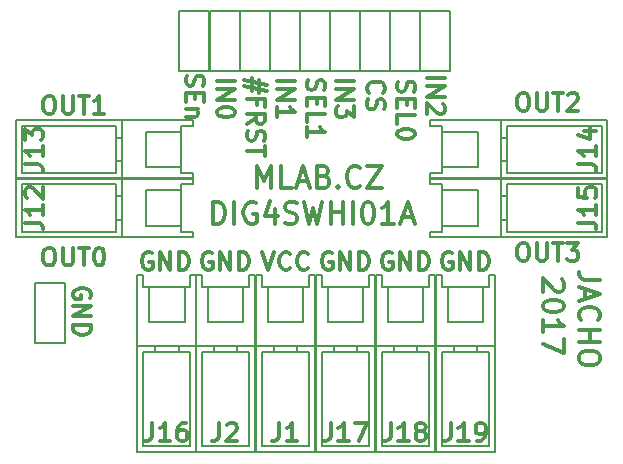
<source format=gbr>
G04 #@! TF.GenerationSoftware,KiCad,Pcbnew,(2017-02-05 revision 431abcf)-makepkg*
G04 #@! TF.CreationDate,2017-06-05T07:43:53+02:00*
G04 #@! TF.ProjectId,DIG4SWHI01A,44494734535748493031412E6B696361,rev?*
G04 #@! TF.FileFunction,Legend,Top*
G04 #@! TF.FilePolarity,Positive*
%FSLAX46Y46*%
G04 Gerber Fmt 4.6, Leading zero omitted, Abs format (unit mm)*
G04 Created by KiCad (PCBNEW (2017-02-05 revision 431abcf)-makepkg) date 06/05/17 07:43:53*
%MOMM*%
%LPD*%
G01*
G04 APERTURE LIST*
%ADD10C,1.300000*%
%ADD11C,0.300000*%
%ADD12C,0.150000*%
%ADD13C,0.304800*%
G04 APERTURE END LIST*
D10*
D11*
X37211142Y17768000D02*
X37068285Y17839428D01*
X36854000Y17839428D01*
X36639714Y17768000D01*
X36496857Y17625142D01*
X36425428Y17482285D01*
X36354000Y17196571D01*
X36354000Y16982285D01*
X36425428Y16696571D01*
X36496857Y16553714D01*
X36639714Y16410857D01*
X36854000Y16339428D01*
X36996857Y16339428D01*
X37211142Y16410857D01*
X37282571Y16482285D01*
X37282571Y16982285D01*
X36996857Y16982285D01*
X37925428Y16339428D02*
X37925428Y17839428D01*
X38782571Y16339428D01*
X38782571Y17839428D01*
X39496857Y16339428D02*
X39496857Y17839428D01*
X39854000Y17839428D01*
X40068285Y17768000D01*
X40211142Y17625142D01*
X40282571Y17482285D01*
X40354000Y17196571D01*
X40354000Y16982285D01*
X40282571Y16696571D01*
X40211142Y16553714D01*
X40068285Y16410857D01*
X39854000Y16339428D01*
X39496857Y16339428D01*
X32131142Y17768000D02*
X31988285Y17839428D01*
X31774000Y17839428D01*
X31559714Y17768000D01*
X31416857Y17625142D01*
X31345428Y17482285D01*
X31274000Y17196571D01*
X31274000Y16982285D01*
X31345428Y16696571D01*
X31416857Y16553714D01*
X31559714Y16410857D01*
X31774000Y16339428D01*
X31916857Y16339428D01*
X32131142Y16410857D01*
X32202571Y16482285D01*
X32202571Y16982285D01*
X31916857Y16982285D01*
X32845428Y16339428D02*
X32845428Y17839428D01*
X33702571Y16339428D01*
X33702571Y17839428D01*
X34416857Y16339428D02*
X34416857Y17839428D01*
X34774000Y17839428D01*
X34988285Y17768000D01*
X35131142Y17625142D01*
X35202571Y17482285D01*
X35274000Y17196571D01*
X35274000Y16982285D01*
X35202571Y16696571D01*
X35131142Y16553714D01*
X34988285Y16410857D01*
X34774000Y16339428D01*
X34416857Y16339428D01*
X27051142Y17768000D02*
X26908285Y17839428D01*
X26694000Y17839428D01*
X26479714Y17768000D01*
X26336857Y17625142D01*
X26265428Y17482285D01*
X26194000Y17196571D01*
X26194000Y16982285D01*
X26265428Y16696571D01*
X26336857Y16553714D01*
X26479714Y16410857D01*
X26694000Y16339428D01*
X26836857Y16339428D01*
X27051142Y16410857D01*
X27122571Y16482285D01*
X27122571Y16982285D01*
X26836857Y16982285D01*
X27765428Y16339428D02*
X27765428Y17839428D01*
X28622571Y16339428D01*
X28622571Y17839428D01*
X29336857Y16339428D02*
X29336857Y17839428D01*
X29694000Y17839428D01*
X29908285Y17768000D01*
X30051142Y17625142D01*
X30122571Y17482285D01*
X30194000Y17196571D01*
X30194000Y16982285D01*
X30122571Y16696571D01*
X30051142Y16553714D01*
X29908285Y16410857D01*
X29694000Y16339428D01*
X29336857Y16339428D01*
X11811142Y17768000D02*
X11668285Y17839428D01*
X11454000Y17839428D01*
X11239714Y17768000D01*
X11096857Y17625142D01*
X11025428Y17482285D01*
X10954000Y17196571D01*
X10954000Y16982285D01*
X11025428Y16696571D01*
X11096857Y16553714D01*
X11239714Y16410857D01*
X11454000Y16339428D01*
X11596857Y16339428D01*
X11811142Y16410857D01*
X11882571Y16482285D01*
X11882571Y16982285D01*
X11596857Y16982285D01*
X12525428Y16339428D02*
X12525428Y17839428D01*
X13382571Y16339428D01*
X13382571Y17839428D01*
X14096857Y16339428D02*
X14096857Y17839428D01*
X14454000Y17839428D01*
X14668285Y17768000D01*
X14811142Y17625142D01*
X14882571Y17482285D01*
X14954000Y17196571D01*
X14954000Y16982285D01*
X14882571Y16696571D01*
X14811142Y16553714D01*
X14668285Y16410857D01*
X14454000Y16339428D01*
X14096857Y16339428D01*
X49753714Y15492000D02*
X48468000Y15492000D01*
X48210857Y15577714D01*
X48039428Y15749142D01*
X47953714Y16006285D01*
X47953714Y16177714D01*
X48468000Y14720571D02*
X48468000Y13863428D01*
X47953714Y14892000D02*
X49753714Y14292000D01*
X47953714Y13692000D01*
X48125142Y12063428D02*
X48039428Y12149142D01*
X47953714Y12406285D01*
X47953714Y12577714D01*
X48039428Y12834857D01*
X48210857Y13006285D01*
X48382285Y13092000D01*
X48725142Y13177714D01*
X48982285Y13177714D01*
X49325142Y13092000D01*
X49496571Y13006285D01*
X49668000Y12834857D01*
X49753714Y12577714D01*
X49753714Y12406285D01*
X49668000Y12149142D01*
X49582285Y12063428D01*
X47953714Y11292000D02*
X49753714Y11292000D01*
X48896571Y11292000D02*
X48896571Y10263428D01*
X47953714Y10263428D02*
X49753714Y10263428D01*
X49753714Y9063428D02*
X49753714Y8720571D01*
X49668000Y8549142D01*
X49496571Y8377714D01*
X49153714Y8292000D01*
X48553714Y8292000D01*
X48210857Y8377714D01*
X48039428Y8549142D01*
X47953714Y8720571D01*
X47953714Y9063428D01*
X48039428Y9234857D01*
X48210857Y9406285D01*
X48553714Y9492000D01*
X49153714Y9492000D01*
X49496571Y9406285D01*
X49668000Y9234857D01*
X49753714Y9063428D01*
X2992714Y31047428D02*
X3278428Y31047428D01*
X3421285Y30976000D01*
X3564142Y30833142D01*
X3635571Y30547428D01*
X3635571Y30047428D01*
X3564142Y29761714D01*
X3421285Y29618857D01*
X3278428Y29547428D01*
X2992714Y29547428D01*
X2849857Y29618857D01*
X2707000Y29761714D01*
X2635571Y30047428D01*
X2635571Y30547428D01*
X2707000Y30833142D01*
X2849857Y30976000D01*
X2992714Y31047428D01*
X4278428Y31047428D02*
X4278428Y29833142D01*
X4349857Y29690285D01*
X4421285Y29618857D01*
X4564142Y29547428D01*
X4849857Y29547428D01*
X4992714Y29618857D01*
X5064142Y29690285D01*
X5135571Y29833142D01*
X5135571Y31047428D01*
X5635571Y31047428D02*
X6492714Y31047428D01*
X6064142Y29547428D02*
X6064142Y31047428D01*
X7778428Y29547428D02*
X6921285Y29547428D01*
X7349857Y29547428D02*
X7349857Y31047428D01*
X7207000Y30833142D01*
X7064142Y30690285D01*
X6921285Y30618857D01*
X2992714Y18220428D02*
X3278428Y18220428D01*
X3421285Y18149000D01*
X3564142Y18006142D01*
X3635571Y17720428D01*
X3635571Y17220428D01*
X3564142Y16934714D01*
X3421285Y16791857D01*
X3278428Y16720428D01*
X2992714Y16720428D01*
X2849857Y16791857D01*
X2707000Y16934714D01*
X2635571Y17220428D01*
X2635571Y17720428D01*
X2707000Y18006142D01*
X2849857Y18149000D01*
X2992714Y18220428D01*
X4278428Y18220428D02*
X4278428Y17006142D01*
X4349857Y16863285D01*
X4421285Y16791857D01*
X4564142Y16720428D01*
X4849857Y16720428D01*
X4992714Y16791857D01*
X5064142Y16863285D01*
X5135571Y17006142D01*
X5135571Y18220428D01*
X5635571Y18220428D02*
X6492714Y18220428D01*
X6064142Y16720428D02*
X6064142Y18220428D01*
X7278428Y18220428D02*
X7421285Y18220428D01*
X7564142Y18149000D01*
X7635571Y18077571D01*
X7707000Y17934714D01*
X7778428Y17649000D01*
X7778428Y17291857D01*
X7707000Y17006142D01*
X7635571Y16863285D01*
X7564142Y16791857D01*
X7421285Y16720428D01*
X7278428Y16720428D01*
X7135571Y16791857D01*
X7064142Y16863285D01*
X6992714Y17006142D01*
X6921285Y17291857D01*
X6921285Y17649000D01*
X6992714Y17934714D01*
X7064142Y18077571D01*
X7135571Y18149000D01*
X7278428Y18220428D01*
X43124714Y31301428D02*
X43410428Y31301428D01*
X43553285Y31230000D01*
X43696142Y31087142D01*
X43767571Y30801428D01*
X43767571Y30301428D01*
X43696142Y30015714D01*
X43553285Y29872857D01*
X43410428Y29801428D01*
X43124714Y29801428D01*
X42981857Y29872857D01*
X42839000Y30015714D01*
X42767571Y30301428D01*
X42767571Y30801428D01*
X42839000Y31087142D01*
X42981857Y31230000D01*
X43124714Y31301428D01*
X44410428Y31301428D02*
X44410428Y30087142D01*
X44481857Y29944285D01*
X44553285Y29872857D01*
X44696142Y29801428D01*
X44981857Y29801428D01*
X45124714Y29872857D01*
X45196142Y29944285D01*
X45267571Y30087142D01*
X45267571Y31301428D01*
X45767571Y31301428D02*
X46624714Y31301428D01*
X46196142Y29801428D02*
X46196142Y31301428D01*
X47053285Y31158571D02*
X47124714Y31230000D01*
X47267571Y31301428D01*
X47624714Y31301428D01*
X47767571Y31230000D01*
X47839000Y31158571D01*
X47910428Y31015714D01*
X47910428Y30872857D01*
X47839000Y30658571D01*
X46981857Y29801428D01*
X47910428Y29801428D01*
X43124714Y18601428D02*
X43410428Y18601428D01*
X43553285Y18530000D01*
X43696142Y18387142D01*
X43767571Y18101428D01*
X43767571Y17601428D01*
X43696142Y17315714D01*
X43553285Y17172857D01*
X43410428Y17101428D01*
X43124714Y17101428D01*
X42981857Y17172857D01*
X42839000Y17315714D01*
X42767571Y17601428D01*
X42767571Y18101428D01*
X42839000Y18387142D01*
X42981857Y18530000D01*
X43124714Y18601428D01*
X44410428Y18601428D02*
X44410428Y17387142D01*
X44481857Y17244285D01*
X44553285Y17172857D01*
X44696142Y17101428D01*
X44981857Y17101428D01*
X45124714Y17172857D01*
X45196142Y17244285D01*
X45267571Y17387142D01*
X45267571Y18601428D01*
X45767571Y18601428D02*
X46624714Y18601428D01*
X46196142Y17101428D02*
X46196142Y18601428D01*
X46981857Y18601428D02*
X47910428Y18601428D01*
X47410428Y18030000D01*
X47624714Y18030000D01*
X47767571Y17958571D01*
X47839000Y17887142D01*
X47910428Y17744285D01*
X47910428Y17387142D01*
X47839000Y17244285D01*
X47767571Y17172857D01*
X47624714Y17101428D01*
X47196142Y17101428D01*
X47053285Y17172857D01*
X46981857Y17244285D01*
X6592000Y13969857D02*
X6663428Y14112714D01*
X6663428Y14327000D01*
X6592000Y14541285D01*
X6449142Y14684142D01*
X6306285Y14755571D01*
X6020571Y14827000D01*
X5806285Y14827000D01*
X5520571Y14755571D01*
X5377714Y14684142D01*
X5234857Y14541285D01*
X5163428Y14327000D01*
X5163428Y14184142D01*
X5234857Y13969857D01*
X5306285Y13898428D01*
X5806285Y13898428D01*
X5806285Y14184142D01*
X5163428Y13255571D02*
X6663428Y13255571D01*
X5163428Y12398428D01*
X6663428Y12398428D01*
X5163428Y11684142D02*
X6663428Y11684142D01*
X6663428Y11327000D01*
X6592000Y11112714D01*
X6449142Y10969857D01*
X6306285Y10898428D01*
X6020571Y10827000D01*
X5806285Y10827000D01*
X5520571Y10898428D01*
X5377714Y10969857D01*
X5234857Y11112714D01*
X5163428Y11327000D01*
X5163428Y11684142D01*
X16891142Y17768000D02*
X16748285Y17839428D01*
X16534000Y17839428D01*
X16319714Y17768000D01*
X16176857Y17625142D01*
X16105428Y17482285D01*
X16034000Y17196571D01*
X16034000Y16982285D01*
X16105428Y16696571D01*
X16176857Y16553714D01*
X16319714Y16410857D01*
X16534000Y16339428D01*
X16676857Y16339428D01*
X16891142Y16410857D01*
X16962571Y16482285D01*
X16962571Y16982285D01*
X16676857Y16982285D01*
X17605428Y16339428D02*
X17605428Y17839428D01*
X18462571Y16339428D01*
X18462571Y17839428D01*
X19176857Y16339428D02*
X19176857Y17839428D01*
X19534000Y17839428D01*
X19748285Y17768000D01*
X19891142Y17625142D01*
X19962571Y17482285D01*
X20034000Y17196571D01*
X20034000Y16982285D01*
X19962571Y16696571D01*
X19891142Y16553714D01*
X19748285Y16410857D01*
X19534000Y16339428D01*
X19176857Y16339428D01*
X21165857Y17839428D02*
X21665857Y16339428D01*
X22165857Y17839428D01*
X23523000Y16482285D02*
X23451571Y16410857D01*
X23237285Y16339428D01*
X23094428Y16339428D01*
X22880142Y16410857D01*
X22737285Y16553714D01*
X22665857Y16696571D01*
X22594428Y16982285D01*
X22594428Y17196571D01*
X22665857Y17482285D01*
X22737285Y17625142D01*
X22880142Y17768000D01*
X23094428Y17839428D01*
X23237285Y17839428D01*
X23451571Y17768000D01*
X23523000Y17696571D01*
X25023000Y16482285D02*
X24951571Y16410857D01*
X24737285Y16339428D01*
X24594428Y16339428D01*
X24380142Y16410857D01*
X24237285Y16553714D01*
X24165857Y16696571D01*
X24094428Y16982285D01*
X24094428Y17196571D01*
X24165857Y17482285D01*
X24237285Y17625142D01*
X24380142Y17768000D01*
X24594428Y17839428D01*
X24737285Y17839428D01*
X24951571Y17768000D01*
X25023000Y17696571D01*
X35135428Y32594857D02*
X36635428Y32594857D01*
X35135428Y31880571D02*
X36635428Y31880571D01*
X35135428Y31023428D01*
X36635428Y31023428D01*
X36492571Y30380571D02*
X36564000Y30309142D01*
X36635428Y30166285D01*
X36635428Y29809142D01*
X36564000Y29666285D01*
X36492571Y29594857D01*
X36349714Y29523428D01*
X36206857Y29523428D01*
X35992571Y29594857D01*
X35135428Y30452000D01*
X35135428Y29523428D01*
X32666857Y32285285D02*
X32595428Y32071000D01*
X32595428Y31713857D01*
X32666857Y31571000D01*
X32738285Y31499571D01*
X32881142Y31428142D01*
X33024000Y31428142D01*
X33166857Y31499571D01*
X33238285Y31571000D01*
X33309714Y31713857D01*
X33381142Y31999571D01*
X33452571Y32142428D01*
X33524000Y32213857D01*
X33666857Y32285285D01*
X33809714Y32285285D01*
X33952571Y32213857D01*
X34024000Y32142428D01*
X34095428Y31999571D01*
X34095428Y31642428D01*
X34024000Y31428142D01*
X33381142Y30785285D02*
X33381142Y30285285D01*
X32595428Y30071000D02*
X32595428Y30785285D01*
X34095428Y30785285D01*
X34095428Y30071000D01*
X32595428Y28713857D02*
X32595428Y29428142D01*
X34095428Y29428142D01*
X34095428Y27928142D02*
X34095428Y27785285D01*
X34024000Y27642428D01*
X33952571Y27571000D01*
X33809714Y27499571D01*
X33524000Y27428142D01*
X33166857Y27428142D01*
X32881142Y27499571D01*
X32738285Y27571000D01*
X32666857Y27642428D01*
X32595428Y27785285D01*
X32595428Y27928142D01*
X32666857Y28071000D01*
X32738285Y28142428D01*
X32881142Y28213857D01*
X33166857Y28285285D01*
X33524000Y28285285D01*
X33809714Y28213857D01*
X33952571Y28142428D01*
X34024000Y28071000D01*
X34095428Y27928142D01*
X30198285Y31356714D02*
X30126857Y31428142D01*
X30055428Y31642428D01*
X30055428Y31785285D01*
X30126857Y31999571D01*
X30269714Y32142428D01*
X30412571Y32213857D01*
X30698285Y32285285D01*
X30912571Y32285285D01*
X31198285Y32213857D01*
X31341142Y32142428D01*
X31484000Y31999571D01*
X31555428Y31785285D01*
X31555428Y31642428D01*
X31484000Y31428142D01*
X31412571Y31356714D01*
X30126857Y30785285D02*
X30055428Y30571000D01*
X30055428Y30213857D01*
X30126857Y30071000D01*
X30198285Y29999571D01*
X30341142Y29928142D01*
X30484000Y29928142D01*
X30626857Y29999571D01*
X30698285Y30071000D01*
X30769714Y30213857D01*
X30841142Y30499571D01*
X30912571Y30642428D01*
X30984000Y30713857D01*
X31126857Y30785285D01*
X31269714Y30785285D01*
X31412571Y30713857D01*
X31484000Y30642428D01*
X31555428Y30499571D01*
X31555428Y30142428D01*
X31484000Y29928142D01*
X27388428Y32340857D02*
X28888428Y32340857D01*
X27388428Y31626571D02*
X28888428Y31626571D01*
X27388428Y30769428D01*
X28888428Y30769428D01*
X28888428Y30198000D02*
X28888428Y29269428D01*
X28317000Y29769428D01*
X28317000Y29555142D01*
X28245571Y29412285D01*
X28174142Y29340857D01*
X28031285Y29269428D01*
X27674142Y29269428D01*
X27531285Y29340857D01*
X27459857Y29412285D01*
X27388428Y29555142D01*
X27388428Y29983714D01*
X27459857Y30126571D01*
X27531285Y30198000D01*
X25046857Y32412285D02*
X24975428Y32198000D01*
X24975428Y31840857D01*
X25046857Y31698000D01*
X25118285Y31626571D01*
X25261142Y31555142D01*
X25404000Y31555142D01*
X25546857Y31626571D01*
X25618285Y31698000D01*
X25689714Y31840857D01*
X25761142Y32126571D01*
X25832571Y32269428D01*
X25904000Y32340857D01*
X26046857Y32412285D01*
X26189714Y32412285D01*
X26332571Y32340857D01*
X26404000Y32269428D01*
X26475428Y32126571D01*
X26475428Y31769428D01*
X26404000Y31555142D01*
X25761142Y30912285D02*
X25761142Y30412285D01*
X24975428Y30198000D02*
X24975428Y30912285D01*
X26475428Y30912285D01*
X26475428Y30198000D01*
X24975428Y28840857D02*
X24975428Y29555142D01*
X26475428Y29555142D01*
X24975428Y27555142D02*
X24975428Y28412285D01*
X24975428Y27983714D02*
X26475428Y27983714D01*
X26261142Y28126571D01*
X26118285Y28269428D01*
X26046857Y28412285D01*
X22435428Y32340857D02*
X23935428Y32340857D01*
X22435428Y31626571D02*
X23935428Y31626571D01*
X22435428Y30769428D01*
X23935428Y30769428D01*
X22435428Y29269428D02*
X22435428Y30126571D01*
X22435428Y29698000D02*
X23935428Y29698000D01*
X23721142Y29840857D01*
X23578285Y29983714D01*
X23506857Y30126571D01*
X20895428Y32412285D02*
X20895428Y31340857D01*
X21538285Y31983714D02*
X19609714Y32412285D01*
X20252571Y31483714D02*
X20252571Y32555142D01*
X19609714Y31912285D02*
X21538285Y31483714D01*
X20681142Y30340857D02*
X20681142Y30840857D01*
X19895428Y30840857D02*
X21395428Y30840857D01*
X21395428Y30126571D01*
X19895428Y28698000D02*
X20609714Y29198000D01*
X19895428Y29555142D02*
X21395428Y29555142D01*
X21395428Y28983714D01*
X21324000Y28840857D01*
X21252571Y28769428D01*
X21109714Y28698000D01*
X20895428Y28698000D01*
X20752571Y28769428D01*
X20681142Y28840857D01*
X20609714Y28983714D01*
X20609714Y29555142D01*
X19966857Y28126571D02*
X19895428Y27912285D01*
X19895428Y27555142D01*
X19966857Y27412285D01*
X20038285Y27340857D01*
X20181142Y27269428D01*
X20324000Y27269428D01*
X20466857Y27340857D01*
X20538285Y27412285D01*
X20609714Y27555142D01*
X20681142Y27840857D01*
X20752571Y27983714D01*
X20824000Y28055142D01*
X20966857Y28126571D01*
X21109714Y28126571D01*
X21252571Y28055142D01*
X21324000Y27983714D01*
X21395428Y27840857D01*
X21395428Y27483714D01*
X21324000Y27269428D01*
X21395428Y26840857D02*
X21395428Y25983714D01*
X19895428Y26412285D02*
X21395428Y26412285D01*
X17355428Y32340857D02*
X18855428Y32340857D01*
X17355428Y31626571D02*
X18855428Y31626571D01*
X17355428Y30769428D01*
X18855428Y30769428D01*
X18855428Y29769428D02*
X18855428Y29626571D01*
X18784000Y29483714D01*
X18712571Y29412285D01*
X18569714Y29340857D01*
X18284000Y29269428D01*
X17926857Y29269428D01*
X17641142Y29340857D01*
X17498285Y29412285D01*
X17426857Y29483714D01*
X17355428Y29626571D01*
X17355428Y29769428D01*
X17426857Y29912285D01*
X17498285Y29983714D01*
X17641142Y30055142D01*
X17926857Y30126571D01*
X18284000Y30126571D01*
X18569714Y30055142D01*
X18712571Y29983714D01*
X18784000Y29912285D01*
X18855428Y29769428D01*
X14759857Y32793285D02*
X14688428Y32579000D01*
X14688428Y32221857D01*
X14759857Y32079000D01*
X14831285Y32007571D01*
X14974142Y31936142D01*
X15117000Y31936142D01*
X15259857Y32007571D01*
X15331285Y32079000D01*
X15402714Y32221857D01*
X15474142Y32507571D01*
X15545571Y32650428D01*
X15617000Y32721857D01*
X15759857Y32793285D01*
X15902714Y32793285D01*
X16045571Y32721857D01*
X16117000Y32650428D01*
X16188428Y32507571D01*
X16188428Y32150428D01*
X16117000Y31936142D01*
X15474142Y31293285D02*
X15474142Y30793285D01*
X14688428Y30579000D02*
X14688428Y31293285D01*
X16188428Y31293285D01*
X16188428Y30579000D01*
X15688428Y29936142D02*
X14688428Y29936142D01*
X15545571Y29936142D02*
X15617000Y29864714D01*
X15688428Y29721857D01*
X15688428Y29507571D01*
X15617000Y29364714D01*
X15474142Y29293285D01*
X14688428Y29293285D01*
X46534285Y15531714D02*
X46620000Y15446000D01*
X46705714Y15274571D01*
X46705714Y14846000D01*
X46620000Y14674571D01*
X46534285Y14588857D01*
X46362857Y14503142D01*
X46191428Y14503142D01*
X45934285Y14588857D01*
X44905714Y15617428D01*
X44905714Y14503142D01*
X46705714Y13388857D02*
X46705714Y13217428D01*
X46620000Y13046000D01*
X46534285Y12960285D01*
X46362857Y12874571D01*
X46020000Y12788857D01*
X45591428Y12788857D01*
X45248571Y12874571D01*
X45077142Y12960285D01*
X44991428Y13046000D01*
X44905714Y13217428D01*
X44905714Y13388857D01*
X44991428Y13560285D01*
X45077142Y13646000D01*
X45248571Y13731714D01*
X45591428Y13817428D01*
X46020000Y13817428D01*
X46362857Y13731714D01*
X46534285Y13646000D01*
X46620000Y13560285D01*
X46705714Y13388857D01*
X44905714Y11074571D02*
X44905714Y12103142D01*
X44905714Y11588857D02*
X46705714Y11588857D01*
X46448571Y11760285D01*
X46277142Y11931714D01*
X46191428Y12103142D01*
X46705714Y10474571D02*
X46705714Y9274571D01*
X44905714Y10046000D01*
X20722285Y23315714D02*
X20722285Y25115714D01*
X21322285Y23830000D01*
X21922285Y25115714D01*
X21922285Y23315714D01*
X23636571Y23315714D02*
X22779428Y23315714D01*
X22779428Y25115714D01*
X24150857Y23830000D02*
X25008000Y23830000D01*
X23979428Y23315714D02*
X24579428Y25115714D01*
X25179428Y23315714D01*
X26379428Y24258571D02*
X26636571Y24172857D01*
X26722285Y24087142D01*
X26808000Y23915714D01*
X26808000Y23658571D01*
X26722285Y23487142D01*
X26636571Y23401428D01*
X26465142Y23315714D01*
X25779428Y23315714D01*
X25779428Y25115714D01*
X26379428Y25115714D01*
X26550857Y25030000D01*
X26636571Y24944285D01*
X26722285Y24772857D01*
X26722285Y24601428D01*
X26636571Y24430000D01*
X26550857Y24344285D01*
X26379428Y24258571D01*
X25779428Y24258571D01*
X27579428Y23487142D02*
X27665142Y23401428D01*
X27579428Y23315714D01*
X27493714Y23401428D01*
X27579428Y23487142D01*
X27579428Y23315714D01*
X29465142Y23487142D02*
X29379428Y23401428D01*
X29122285Y23315714D01*
X28950857Y23315714D01*
X28693714Y23401428D01*
X28522285Y23572857D01*
X28436571Y23744285D01*
X28350857Y24087142D01*
X28350857Y24344285D01*
X28436571Y24687142D01*
X28522285Y24858571D01*
X28693714Y25030000D01*
X28950857Y25115714D01*
X29122285Y25115714D01*
X29379428Y25030000D01*
X29465142Y24944285D01*
X30065142Y25115714D02*
X31265142Y25115714D01*
X30065142Y23315714D01*
X31265142Y23315714D01*
X17000000Y20267714D02*
X17000000Y22067714D01*
X17428571Y22067714D01*
X17685714Y21982000D01*
X17857142Y21810571D01*
X17942857Y21639142D01*
X18028571Y21296285D01*
X18028571Y21039142D01*
X17942857Y20696285D01*
X17857142Y20524857D01*
X17685714Y20353428D01*
X17428571Y20267714D01*
X17000000Y20267714D01*
X18800000Y20267714D02*
X18800000Y22067714D01*
X20600000Y21982000D02*
X20428571Y22067714D01*
X20171428Y22067714D01*
X19914285Y21982000D01*
X19742857Y21810571D01*
X19657142Y21639142D01*
X19571428Y21296285D01*
X19571428Y21039142D01*
X19657142Y20696285D01*
X19742857Y20524857D01*
X19914285Y20353428D01*
X20171428Y20267714D01*
X20342857Y20267714D01*
X20600000Y20353428D01*
X20685714Y20439142D01*
X20685714Y21039142D01*
X20342857Y21039142D01*
X22228571Y21467714D02*
X22228571Y20267714D01*
X21800000Y22153428D02*
X21371428Y20867714D01*
X22485714Y20867714D01*
X23085714Y20353428D02*
X23342857Y20267714D01*
X23771428Y20267714D01*
X23942857Y20353428D01*
X24028571Y20439142D01*
X24114285Y20610571D01*
X24114285Y20782000D01*
X24028571Y20953428D01*
X23942857Y21039142D01*
X23771428Y21124857D01*
X23428571Y21210571D01*
X23257142Y21296285D01*
X23171428Y21382000D01*
X23085714Y21553428D01*
X23085714Y21724857D01*
X23171428Y21896285D01*
X23257142Y21982000D01*
X23428571Y22067714D01*
X23857142Y22067714D01*
X24114285Y21982000D01*
X24714285Y22067714D02*
X25142857Y20267714D01*
X25485714Y21553428D01*
X25828571Y20267714D01*
X26257142Y22067714D01*
X26942857Y20267714D02*
X26942857Y22067714D01*
X26942857Y21210571D02*
X27971428Y21210571D01*
X27971428Y20267714D02*
X27971428Y22067714D01*
X28828571Y20267714D02*
X28828571Y22067714D01*
X30028571Y22067714D02*
X30199999Y22067714D01*
X30371428Y21982000D01*
X30457142Y21896285D01*
X30542857Y21724857D01*
X30628571Y21382000D01*
X30628571Y20953428D01*
X30542857Y20610571D01*
X30457142Y20439142D01*
X30371428Y20353428D01*
X30199999Y20267714D01*
X30028571Y20267714D01*
X29857142Y20353428D01*
X29771428Y20439142D01*
X29685714Y20610571D01*
X29600000Y20953428D01*
X29600000Y21382000D01*
X29685714Y21724857D01*
X29771428Y21896285D01*
X29857142Y21982000D01*
X30028571Y22067714D01*
X32342857Y20267714D02*
X31314285Y20267714D01*
X31828571Y20267714D02*
X31828571Y22067714D01*
X31657142Y21810571D01*
X31485714Y21639142D01*
X31314285Y21553428D01*
X33028571Y20782000D02*
X33885714Y20782000D01*
X32857142Y20267714D02*
X33457142Y22067714D01*
X34057142Y20267714D01*
D12*
X29464000Y33147000D02*
X29464000Y38227000D01*
X29464000Y38227000D02*
X32004000Y38227000D01*
X32004000Y38227000D02*
X32004000Y33147000D01*
X32004000Y33147000D02*
X29464000Y33147000D01*
X16764000Y33147000D02*
X16764000Y38227000D01*
X16764000Y38227000D02*
X19304000Y38227000D01*
X19304000Y38227000D02*
X19304000Y33147000D01*
X19304000Y33147000D02*
X16764000Y33147000D01*
X24384000Y33147000D02*
X21844000Y33147000D01*
X24384000Y38227000D02*
X24384000Y33147000D01*
X21844000Y38227000D02*
X24384000Y38227000D01*
X21844000Y33147000D02*
X21844000Y38227000D01*
X34544000Y33147000D02*
X34544000Y38227000D01*
X34544000Y38227000D02*
X37084000Y38227000D01*
X37084000Y38227000D02*
X37084000Y33147000D01*
X37084000Y33147000D02*
X34544000Y33147000D01*
X29464000Y33147000D02*
X26924000Y33147000D01*
X29464000Y38227000D02*
X29464000Y33147000D01*
X26924000Y38227000D02*
X29464000Y38227000D01*
X26924000Y33147000D02*
X26924000Y38227000D01*
X34544000Y33147000D02*
X32004000Y33147000D01*
X34544000Y38227000D02*
X34544000Y33147000D01*
X32004000Y38227000D02*
X34544000Y38227000D01*
X32004000Y33147000D02*
X32004000Y38227000D01*
X24384000Y33147000D02*
X24384000Y38227000D01*
X24384000Y38227000D02*
X26924000Y38227000D01*
X26924000Y38227000D02*
X26924000Y33147000D01*
X26924000Y33147000D02*
X24384000Y33147000D01*
X14097000Y33147000D02*
X14097000Y38227000D01*
X14097000Y38227000D02*
X16637000Y38227000D01*
X16637000Y38227000D02*
X16637000Y33147000D01*
X16637000Y33147000D02*
X14097000Y33147000D01*
X21844000Y33147000D02*
X19304000Y33147000D01*
X21844000Y38227000D02*
X21844000Y33147000D01*
X19304000Y38227000D02*
X21844000Y38227000D01*
X19304000Y33147000D02*
X19304000Y38227000D01*
X1905000Y10160000D02*
X1905000Y15240000D01*
X1905000Y15240000D02*
X4445000Y15240000D01*
X4445000Y15240000D02*
X4445000Y10160000D01*
X4445000Y10160000D02*
X1905000Y10160000D01*
X20614000Y922000D02*
X20614000Y9922000D01*
X25614000Y9922000D02*
X25614000Y922000D01*
X20614000Y9922000D02*
X20614000Y15922000D01*
X21114000Y1421900D02*
X21114000Y9421900D01*
X21614000Y11922000D02*
X21614000Y14922000D01*
X25614000Y9922000D02*
X25614000Y15922000D01*
X25114000Y1421900D02*
X25114000Y9421900D01*
X24614000Y11922000D02*
X24614000Y14922000D01*
X21114000Y14922000D02*
X21114000Y15922000D01*
X22114000Y9421900D02*
X22114000Y9922000D01*
X25114000Y14922000D02*
X25114000Y15922000D01*
X24114000Y9421900D02*
X24114000Y9922000D01*
X25114000Y1421900D02*
X21114000Y1421900D01*
X21114000Y9421900D02*
X25114000Y9421900D01*
X24614100Y11922000D02*
X21613900Y11922000D01*
X21114000Y14922000D02*
X25114000Y14922000D01*
X25614100Y922000D02*
X20613900Y922000D01*
X25614100Y9922000D02*
X20613900Y9922000D01*
X21114000Y15922000D02*
X20614000Y15922000D01*
X25614000Y15922000D02*
X25114000Y15922000D01*
X20534000Y15922000D02*
X20034000Y15922000D01*
X16034000Y15922000D02*
X15534000Y15922000D01*
X20534100Y9922000D02*
X15533900Y9922000D01*
X20534100Y922000D02*
X15533900Y922000D01*
X16034000Y14922000D02*
X20034000Y14922000D01*
X19534100Y11922000D02*
X16533900Y11922000D01*
X16034000Y9421900D02*
X20034000Y9421900D01*
X20034000Y1421900D02*
X16034000Y1421900D01*
X19034000Y9421900D02*
X19034000Y9922000D01*
X20034000Y14922000D02*
X20034000Y15922000D01*
X17034000Y9421900D02*
X17034000Y9922000D01*
X16034000Y14922000D02*
X16034000Y15922000D01*
X19534000Y11922000D02*
X19534000Y14922000D01*
X20034000Y1421900D02*
X20034000Y9421900D01*
X20534000Y9922000D02*
X20534000Y15922000D01*
X16534000Y11922000D02*
X16534000Y14922000D01*
X16034000Y1421900D02*
X16034000Y9421900D01*
X15534000Y9922000D02*
X15534000Y15922000D01*
X20534000Y9922000D02*
X20534000Y922000D01*
X15534000Y922000D02*
X15534000Y9922000D01*
X15287000Y19090000D02*
X15287000Y19590000D01*
X15287000Y23590000D02*
X15287000Y24090000D01*
X9287000Y19089900D02*
X9287000Y24090100D01*
X287000Y19089900D02*
X287000Y24090100D01*
X14287000Y23590000D02*
X14287000Y19590000D01*
X11287000Y20089900D02*
X11287000Y23090100D01*
X8786900Y23590000D02*
X8786900Y19590000D01*
X786900Y19590000D02*
X786900Y23590000D01*
X8786900Y20590000D02*
X9287000Y20590000D01*
X14287000Y19590000D02*
X15287000Y19590000D01*
X8786900Y22590000D02*
X9287000Y22590000D01*
X14287000Y23590000D02*
X15287000Y23590000D01*
X11287000Y20090000D02*
X14287000Y20090000D01*
X786900Y19590000D02*
X8786900Y19590000D01*
X9287000Y19090000D02*
X15287000Y19090000D01*
X11287000Y23090000D02*
X14287000Y23090000D01*
X786900Y23590000D02*
X8786900Y23590000D01*
X9287000Y24090000D02*
X15287000Y24090000D01*
X9287000Y19090000D02*
X287000Y19090000D01*
X287000Y24090000D02*
X9287000Y24090000D01*
X15287000Y24043000D02*
X15287000Y24543000D01*
X15287000Y28543000D02*
X15287000Y29043000D01*
X9287000Y24042900D02*
X9287000Y29043100D01*
X287000Y24042900D02*
X287000Y29043100D01*
X14287000Y28543000D02*
X14287000Y24543000D01*
X11287000Y25042900D02*
X11287000Y28043100D01*
X8786900Y28543000D02*
X8786900Y24543000D01*
X786900Y24543000D02*
X786900Y28543000D01*
X8786900Y25543000D02*
X9287000Y25543000D01*
X14287000Y24543000D02*
X15287000Y24543000D01*
X8786900Y27543000D02*
X9287000Y27543000D01*
X14287000Y28543000D02*
X15287000Y28543000D01*
X11287000Y25043000D02*
X14287000Y25043000D01*
X786900Y24543000D02*
X8786900Y24543000D01*
X9287000Y24043000D02*
X15287000Y24043000D01*
X11287000Y28043000D02*
X14287000Y28043000D01*
X786900Y28543000D02*
X8786900Y28543000D01*
X9287000Y29043000D02*
X15287000Y29043000D01*
X9287000Y24043000D02*
X287000Y24043000D01*
X287000Y29043000D02*
X9287000Y29043000D01*
X50386000Y24043000D02*
X41386000Y24043000D01*
X41386000Y29043000D02*
X50386000Y29043000D01*
X41386000Y24043000D02*
X35386000Y24043000D01*
X49886100Y24543000D02*
X41886100Y24543000D01*
X39386000Y25043000D02*
X36386000Y25043000D01*
X41386000Y29043000D02*
X35386000Y29043000D01*
X49886100Y28543000D02*
X41886100Y28543000D01*
X39386000Y28043000D02*
X36386000Y28043000D01*
X36386000Y24543000D02*
X35386000Y24543000D01*
X41886100Y25543000D02*
X41386000Y25543000D01*
X36386000Y28543000D02*
X35386000Y28543000D01*
X41886100Y27543000D02*
X41386000Y27543000D01*
X49886100Y28543000D02*
X49886100Y24543000D01*
X41886100Y24543000D02*
X41886100Y28543000D01*
X39386000Y28043100D02*
X39386000Y25042900D01*
X36386000Y24543000D02*
X36386000Y28543000D01*
X50386000Y29043100D02*
X50386000Y24042900D01*
X41386000Y29043100D02*
X41386000Y24042900D01*
X35386000Y24543000D02*
X35386000Y24043000D01*
X35386000Y29043000D02*
X35386000Y28543000D01*
X50386000Y19090000D02*
X41386000Y19090000D01*
X41386000Y24090000D02*
X50386000Y24090000D01*
X41386000Y19090000D02*
X35386000Y19090000D01*
X49886100Y19590000D02*
X41886100Y19590000D01*
X39386000Y20090000D02*
X36386000Y20090000D01*
X41386000Y24090000D02*
X35386000Y24090000D01*
X49886100Y23590000D02*
X41886100Y23590000D01*
X39386000Y23090000D02*
X36386000Y23090000D01*
X36386000Y19590000D02*
X35386000Y19590000D01*
X41886100Y20590000D02*
X41386000Y20590000D01*
X36386000Y23590000D02*
X35386000Y23590000D01*
X41886100Y22590000D02*
X41386000Y22590000D01*
X49886100Y23590000D02*
X49886100Y19590000D01*
X41886100Y19590000D02*
X41886100Y23590000D01*
X39386000Y23090100D02*
X39386000Y20089900D01*
X36386000Y19590000D02*
X36386000Y23590000D01*
X50386000Y24090100D02*
X50386000Y19089900D01*
X41386000Y24090100D02*
X41386000Y19089900D01*
X35386000Y19590000D02*
X35386000Y19090000D01*
X35386000Y24090000D02*
X35386000Y23590000D01*
X15581000Y15922000D02*
X15081000Y15922000D01*
X11081000Y15922000D02*
X10581000Y15922000D01*
X15581100Y9922000D02*
X10580900Y9922000D01*
X15581100Y922000D02*
X10580900Y922000D01*
X11081000Y14922000D02*
X15081000Y14922000D01*
X14581100Y11922000D02*
X11580900Y11922000D01*
X11081000Y9421900D02*
X15081000Y9421900D01*
X15081000Y1421900D02*
X11081000Y1421900D01*
X14081000Y9421900D02*
X14081000Y9922000D01*
X15081000Y14922000D02*
X15081000Y15922000D01*
X12081000Y9421900D02*
X12081000Y9922000D01*
X11081000Y14922000D02*
X11081000Y15922000D01*
X14581000Y11922000D02*
X14581000Y14922000D01*
X15081000Y1421900D02*
X15081000Y9421900D01*
X15581000Y9922000D02*
X15581000Y15922000D01*
X11581000Y11922000D02*
X11581000Y14922000D01*
X11081000Y1421900D02*
X11081000Y9421900D01*
X10581000Y9922000D02*
X10581000Y15922000D01*
X15581000Y9922000D02*
X15581000Y922000D01*
X10581000Y922000D02*
X10581000Y9922000D01*
X25694000Y922000D02*
X25694000Y9922000D01*
X30694000Y9922000D02*
X30694000Y922000D01*
X25694000Y9922000D02*
X25694000Y15922000D01*
X26194000Y1421900D02*
X26194000Y9421900D01*
X26694000Y11922000D02*
X26694000Y14922000D01*
X30694000Y9922000D02*
X30694000Y15922000D01*
X30194000Y1421900D02*
X30194000Y9421900D01*
X29694000Y11922000D02*
X29694000Y14922000D01*
X26194000Y14922000D02*
X26194000Y15922000D01*
X27194000Y9421900D02*
X27194000Y9922000D01*
X30194000Y14922000D02*
X30194000Y15922000D01*
X29194000Y9421900D02*
X29194000Y9922000D01*
X30194000Y1421900D02*
X26194000Y1421900D01*
X26194000Y9421900D02*
X30194000Y9421900D01*
X29694100Y11922000D02*
X26693900Y11922000D01*
X26194000Y14922000D02*
X30194000Y14922000D01*
X30694100Y922000D02*
X25693900Y922000D01*
X30694100Y9922000D02*
X25693900Y9922000D01*
X26194000Y15922000D02*
X25694000Y15922000D01*
X30694000Y15922000D02*
X30194000Y15922000D01*
X35774000Y15922000D02*
X35274000Y15922000D01*
X31274000Y15922000D02*
X30774000Y15922000D01*
X35774100Y9922000D02*
X30773900Y9922000D01*
X35774100Y922000D02*
X30773900Y922000D01*
X31274000Y14922000D02*
X35274000Y14922000D01*
X34774100Y11922000D02*
X31773900Y11922000D01*
X31274000Y9421900D02*
X35274000Y9421900D01*
X35274000Y1421900D02*
X31274000Y1421900D01*
X34274000Y9421900D02*
X34274000Y9922000D01*
X35274000Y14922000D02*
X35274000Y15922000D01*
X32274000Y9421900D02*
X32274000Y9922000D01*
X31274000Y14922000D02*
X31274000Y15922000D01*
X34774000Y11922000D02*
X34774000Y14922000D01*
X35274000Y1421900D02*
X35274000Y9421900D01*
X35774000Y9922000D02*
X35774000Y15922000D01*
X31774000Y11922000D02*
X31774000Y14922000D01*
X31274000Y1421900D02*
X31274000Y9421900D01*
X30774000Y9922000D02*
X30774000Y15922000D01*
X35774000Y9922000D02*
X35774000Y922000D01*
X30774000Y922000D02*
X30774000Y9922000D01*
X35854000Y922000D02*
X35854000Y9922000D01*
X40854000Y9922000D02*
X40854000Y922000D01*
X35854000Y9922000D02*
X35854000Y15922000D01*
X36354000Y1421900D02*
X36354000Y9421900D01*
X36854000Y11922000D02*
X36854000Y14922000D01*
X40854000Y9922000D02*
X40854000Y15922000D01*
X40354000Y1421900D02*
X40354000Y9421900D01*
X39854000Y11922000D02*
X39854000Y14922000D01*
X36354000Y14922000D02*
X36354000Y15922000D01*
X37354000Y9421900D02*
X37354000Y9922000D01*
X40354000Y14922000D02*
X40354000Y15922000D01*
X39354000Y9421900D02*
X39354000Y9922000D01*
X40354000Y1421900D02*
X36354000Y1421900D01*
X36354000Y9421900D02*
X40354000Y9421900D01*
X39854100Y11922000D02*
X36853900Y11922000D01*
X36354000Y14922000D02*
X40354000Y14922000D01*
X40854100Y922000D02*
X35853900Y922000D01*
X40854100Y9922000D02*
X35853900Y9922000D01*
X36354000Y15922000D02*
X35854000Y15922000D01*
X40854000Y15922000D02*
X40354000Y15922000D01*
D13*
X22606000Y3374571D02*
X22606000Y2286000D01*
X22533428Y2068285D01*
X22388285Y1923142D01*
X22170571Y1850571D01*
X22025428Y1850571D01*
X24130000Y1850571D02*
X23259142Y1850571D01*
X23694571Y1850571D02*
X23694571Y3374571D01*
X23549428Y3156857D01*
X23404285Y3011714D01*
X23259142Y2939142D01*
X17526000Y3374571D02*
X17526000Y2286000D01*
X17453428Y2068285D01*
X17308285Y1923142D01*
X17090571Y1850571D01*
X16945428Y1850571D01*
X18179142Y3229428D02*
X18251714Y3302000D01*
X18396857Y3374571D01*
X18759714Y3374571D01*
X18904857Y3302000D01*
X18977428Y3229428D01*
X19050000Y3084285D01*
X19050000Y2939142D01*
X18977428Y2721428D01*
X18106571Y1850571D01*
X19050000Y1850571D01*
X1070428Y20356285D02*
X2159000Y20356285D01*
X2376714Y20283714D01*
X2521857Y20138571D01*
X2594428Y19920857D01*
X2594428Y19775714D01*
X2594428Y21880285D02*
X2594428Y21009428D01*
X2594428Y21444857D02*
X1070428Y21444857D01*
X1288142Y21299714D01*
X1433285Y21154571D01*
X1505857Y21009428D01*
X1215571Y22460857D02*
X1143000Y22533428D01*
X1070428Y22678571D01*
X1070428Y23041428D01*
X1143000Y23186571D01*
X1215571Y23259142D01*
X1360714Y23331714D01*
X1505857Y23331714D01*
X1723571Y23259142D01*
X2594428Y22388285D01*
X2594428Y23331714D01*
X1070428Y25309285D02*
X2159000Y25309285D01*
X2376714Y25236714D01*
X2521857Y25091571D01*
X2594428Y24873857D01*
X2594428Y24728714D01*
X2594428Y26833285D02*
X2594428Y25962428D01*
X2594428Y26397857D02*
X1070428Y26397857D01*
X1288142Y26252714D01*
X1433285Y26107571D01*
X1505857Y25962428D01*
X1070428Y27341285D02*
X1070428Y28284714D01*
X1651000Y27776714D01*
X1651000Y27994428D01*
X1723571Y28139571D01*
X1796142Y28212142D01*
X1941285Y28284714D01*
X2304142Y28284714D01*
X2449285Y28212142D01*
X2521857Y28139571D01*
X2594428Y27994428D01*
X2594428Y27559000D01*
X2521857Y27413857D01*
X2449285Y27341285D01*
X47933428Y25309285D02*
X49022000Y25309285D01*
X49239714Y25236714D01*
X49384857Y25091571D01*
X49457428Y24873857D01*
X49457428Y24728714D01*
X49457428Y26833285D02*
X49457428Y25962428D01*
X49457428Y26397857D02*
X47933428Y26397857D01*
X48151142Y26252714D01*
X48296285Y26107571D01*
X48368857Y25962428D01*
X48441428Y28139571D02*
X49457428Y28139571D01*
X47860857Y27776714D02*
X48949428Y27413857D01*
X48949428Y28357285D01*
X47933428Y20356285D02*
X49022000Y20356285D01*
X49239714Y20283714D01*
X49384857Y20138571D01*
X49457428Y19920857D01*
X49457428Y19775714D01*
X49457428Y21880285D02*
X49457428Y21009428D01*
X49457428Y21444857D02*
X47933428Y21444857D01*
X48151142Y21299714D01*
X48296285Y21154571D01*
X48368857Y21009428D01*
X47933428Y23259142D02*
X47933428Y22533428D01*
X48659142Y22460857D01*
X48586571Y22533428D01*
X48514000Y22678571D01*
X48514000Y23041428D01*
X48586571Y23186571D01*
X48659142Y23259142D01*
X48804285Y23331714D01*
X49167142Y23331714D01*
X49312285Y23259142D01*
X49384857Y23186571D01*
X49457428Y23041428D01*
X49457428Y22678571D01*
X49384857Y22533428D01*
X49312285Y22460857D01*
X11847285Y3374571D02*
X11847285Y2286000D01*
X11774714Y2068285D01*
X11629571Y1923142D01*
X11411857Y1850571D01*
X11266714Y1850571D01*
X13371285Y1850571D02*
X12500428Y1850571D01*
X12935857Y1850571D02*
X12935857Y3374571D01*
X12790714Y3156857D01*
X12645571Y3011714D01*
X12500428Y2939142D01*
X14677571Y3374571D02*
X14387285Y3374571D01*
X14242142Y3302000D01*
X14169571Y3229428D01*
X14024428Y3011714D01*
X13951857Y2721428D01*
X13951857Y2140857D01*
X14024428Y1995714D01*
X14097000Y1923142D01*
X14242142Y1850571D01*
X14532428Y1850571D01*
X14677571Y1923142D01*
X14750142Y1995714D01*
X14822714Y2140857D01*
X14822714Y2503714D01*
X14750142Y2648857D01*
X14677571Y2721428D01*
X14532428Y2794000D01*
X14242142Y2794000D01*
X14097000Y2721428D01*
X14024428Y2648857D01*
X13951857Y2503714D01*
X26960285Y3374571D02*
X26960285Y2286000D01*
X26887714Y2068285D01*
X26742571Y1923142D01*
X26524857Y1850571D01*
X26379714Y1850571D01*
X28484285Y1850571D02*
X27613428Y1850571D01*
X28048857Y1850571D02*
X28048857Y3374571D01*
X27903714Y3156857D01*
X27758571Y3011714D01*
X27613428Y2939142D01*
X28992285Y3374571D02*
X30008285Y3374571D01*
X29355142Y1850571D01*
X32040285Y3374571D02*
X32040285Y2286000D01*
X31967714Y2068285D01*
X31822571Y1923142D01*
X31604857Y1850571D01*
X31459714Y1850571D01*
X33564285Y1850571D02*
X32693428Y1850571D01*
X33128857Y1850571D02*
X33128857Y3374571D01*
X32983714Y3156857D01*
X32838571Y3011714D01*
X32693428Y2939142D01*
X34435142Y2721428D02*
X34290000Y2794000D01*
X34217428Y2866571D01*
X34144857Y3011714D01*
X34144857Y3084285D01*
X34217428Y3229428D01*
X34290000Y3302000D01*
X34435142Y3374571D01*
X34725428Y3374571D01*
X34870571Y3302000D01*
X34943142Y3229428D01*
X35015714Y3084285D01*
X35015714Y3011714D01*
X34943142Y2866571D01*
X34870571Y2794000D01*
X34725428Y2721428D01*
X34435142Y2721428D01*
X34290000Y2648857D01*
X34217428Y2576285D01*
X34144857Y2431142D01*
X34144857Y2140857D01*
X34217428Y1995714D01*
X34290000Y1923142D01*
X34435142Y1850571D01*
X34725428Y1850571D01*
X34870571Y1923142D01*
X34943142Y1995714D01*
X35015714Y2140857D01*
X35015714Y2431142D01*
X34943142Y2576285D01*
X34870571Y2648857D01*
X34725428Y2721428D01*
X37120285Y3374571D02*
X37120285Y2286000D01*
X37047714Y2068285D01*
X36902571Y1923142D01*
X36684857Y1850571D01*
X36539714Y1850571D01*
X38644285Y1850571D02*
X37773428Y1850571D01*
X38208857Y1850571D02*
X38208857Y3374571D01*
X38063714Y3156857D01*
X37918571Y3011714D01*
X37773428Y2939142D01*
X39370000Y1850571D02*
X39660285Y1850571D01*
X39805428Y1923142D01*
X39878000Y1995714D01*
X40023142Y2213428D01*
X40095714Y2503714D01*
X40095714Y3084285D01*
X40023142Y3229428D01*
X39950571Y3302000D01*
X39805428Y3374571D01*
X39515142Y3374571D01*
X39370000Y3302000D01*
X39297428Y3229428D01*
X39224857Y3084285D01*
X39224857Y2721428D01*
X39297428Y2576285D01*
X39370000Y2503714D01*
X39515142Y2431142D01*
X39805428Y2431142D01*
X39950571Y2503714D01*
X40023142Y2576285D01*
X40095714Y2721428D01*
M02*

</source>
